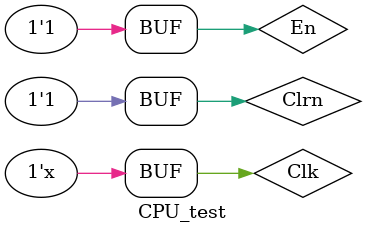
<source format=v>
`timescale 1ns / 1ps


module CPU_test;
    reg Clk,En,Clrn;
    wire[31:0] IF_ADDR,EX_R,EX_X,EX_Y;
    CPU u(Clk,En,Clrn,IF_ADDR,EX_X,EX_Y,EX_R);
    initial begin 
        Clk=0;
        Clrn=0;
        En=1;
        #10
        Clrn<=1;
    end
    always #5 Clk=~Clk;
endmodule

</source>
